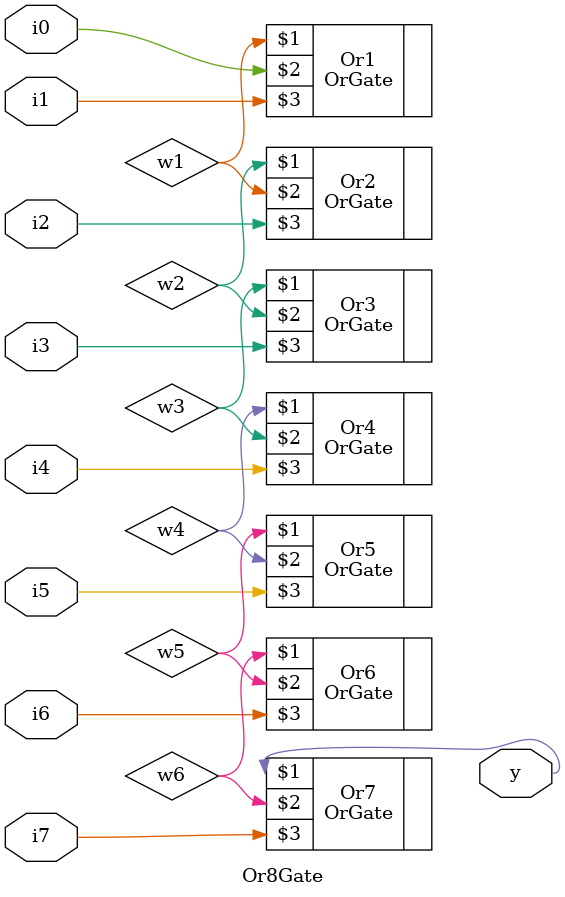
<source format=v>
module Or8Gate(y, i0, i1, i2, i3, i4, i5, i6, i7);

output y;
input i0, i1, i2, i3, i4, i5, i6, i7;

wire w1, w2, w3, w4, w5, w6;

OrGate Or1(w1, i0, i1);
OrGate Or2(w2, w1, i2);
OrGate Or3(w3, w2, i3);
OrGate Or4(w4, w3, i4);
OrGate Or5(w5, w4, i5);
OrGate Or6(w6, w5, i6);
OrGate Or7(y , w6, i7);

endmodule

</source>
